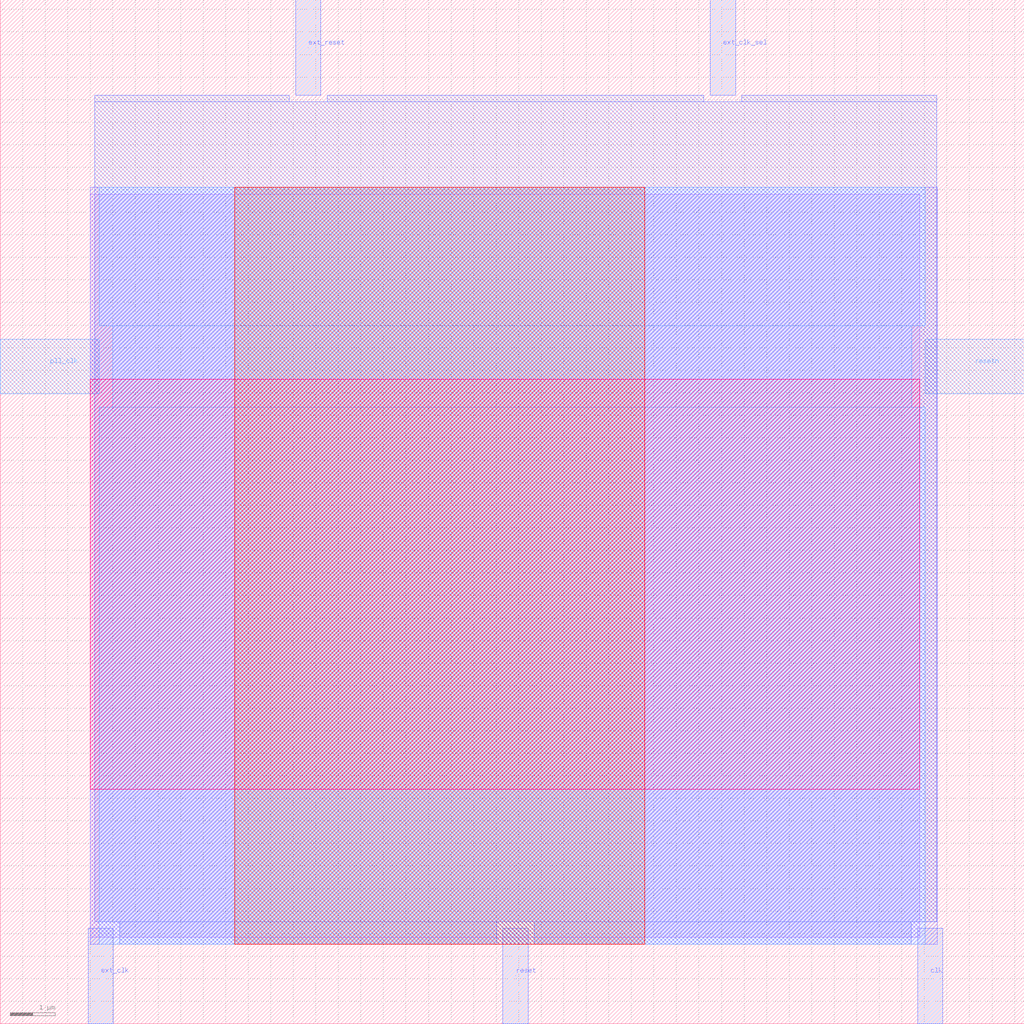
<source format=lef>
VERSION 5.3 ;
   NAMESCASESENSITIVE ON ;
   NOWIREEXTENSIONATPIN ON ;
   DIVIDERCHAR "/" ;
   BUSBITCHARS "[]" ;
UNITS
   DATABASE MICRONS 1000 ;
END UNITS

MACRO striVe_clkrst
   CLASS BLOCK ;
   FOREIGN striVe_clkrst ;
   ORIGIN -0.0000 -0.0000 ;
   SIZE 22.7150 BY 22.7150 ;
   PIN ext_clk_sel
      DIRECTION INPUT ;
      PORT
         LAYER met2 ;
	    RECT 15.7500 20.5950 16.3100 22.7150 ;
      END
   END ext_clk_sel
   PIN ext_clk
      DIRECTION INPUT ;
      PORT
         LAYER met2 ;
	    RECT 1.9500 0.0000 2.5100 2.1200 ;
      END
   END ext_clk
   PIN pll_clk
      DIRECTION INPUT ;
      PORT
         LAYER met3 ;
	    RECT 0.0000 13.9800 2.2000 15.1800 ;
      END
   END pll_clk
   PIN reset
      DIRECTION INPUT ;
      PORT
         LAYER met2 ;
	    RECT 11.1500 0.0000 11.7100 2.1200 ;
      END
   END reset
   PIN ext_reset
      DIRECTION INPUT ;
      PORT
         LAYER met2 ;
	    RECT 6.5500 20.5950 7.1100 22.7150 ;
      END
   END ext_reset
   PIN clk
      DIRECTION OUTPUT TRISTATE ;
      PORT
         LAYER met2 ;
	    RECT 20.3500 0.0000 20.9100 2.1200 ;
      END
   END clk
   PIN resetn
      DIRECTION OUTPUT TRISTATE ;
      PORT
         LAYER met3 ;
	    RECT 20.5150 13.9800 22.7150 15.1800 ;
      END
   END resetn
   OBS
         LAYER li1 ;
	    RECT 2.0000 1.9150 20.4000 18.4050 ;
         LAYER met1 ;
	    RECT 2.0000 1.7600 20.7900 18.5600 ;
         LAYER met2 ;
	    RECT 2.1000 20.4550 6.4100 20.5950 ;
	    RECT 7.2500 20.4550 15.6100 20.5950 ;
	    RECT 16.4500 20.4550 20.7700 20.5950 ;
	    RECT 2.1000 2.2600 20.7700 20.4550 ;
	    RECT 2.6500 1.7600 11.0100 2.2600 ;
	    RECT 11.8500 1.7600 20.2100 2.2600 ;
         LAYER met3 ;
	    RECT 2.2000 15.4800 20.5150 18.5600 ;
	    RECT 2.5000 13.6800 20.2150 15.4800 ;
	    RECT 2.2000 1.7600 20.5150 13.6800 ;
         LAYER met4 ;
	    RECT 5.2000 1.7600 14.3000 18.5600 ;
         LAYER met5 ;
	    RECT 2.0000 5.2000 20.4000 14.3000 ;
   END
END striVe_clkrst

</source>
